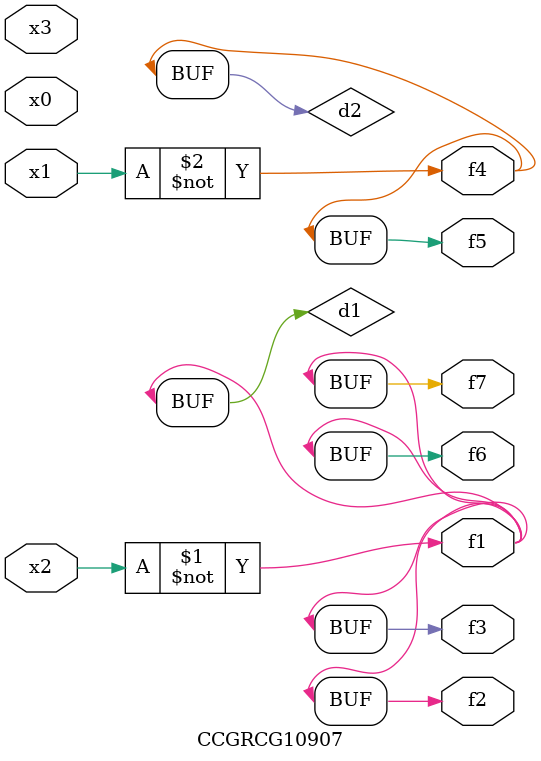
<source format=v>
module CCGRCG10907(
	input x0, x1, x2, x3,
	output f1, f2, f3, f4, f5, f6, f7
);

	wire d1, d2;

	xnor (d1, x2);
	not (d2, x1);
	assign f1 = d1;
	assign f2 = d1;
	assign f3 = d1;
	assign f4 = d2;
	assign f5 = d2;
	assign f6 = d1;
	assign f7 = d1;
endmodule

</source>
